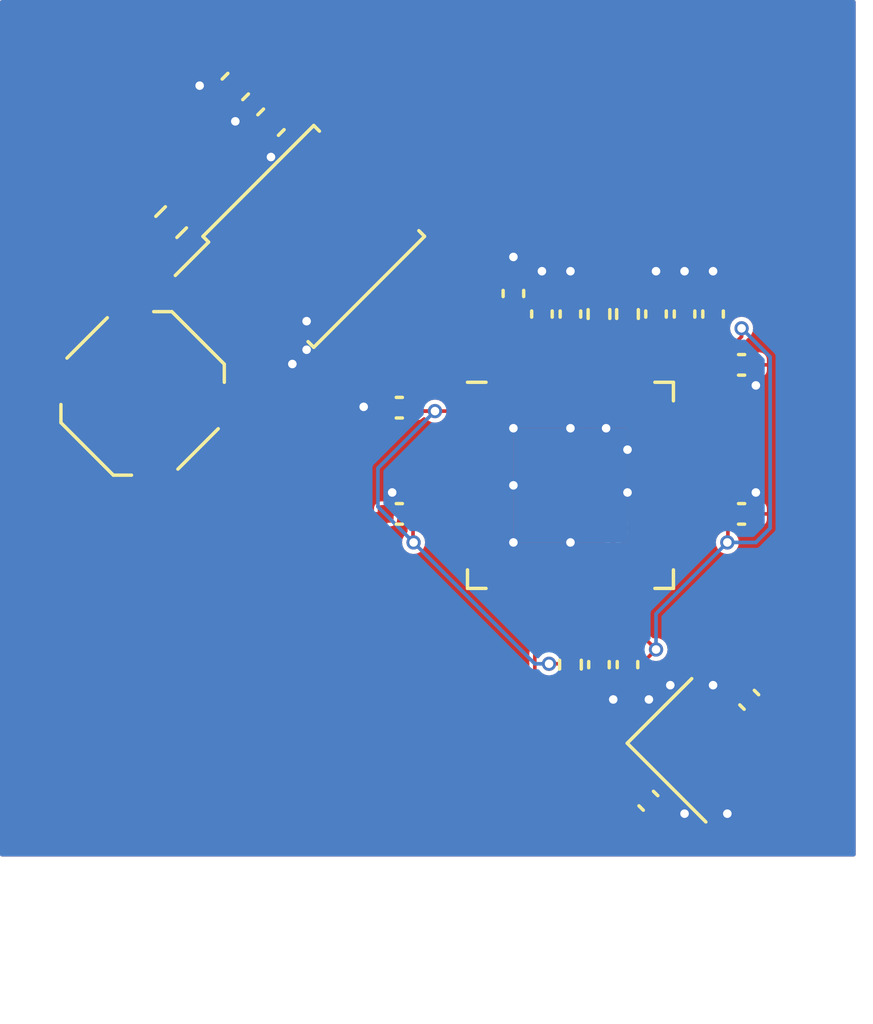
<source format=kicad_pcb>
(kicad_pcb (version 20221018) (generator pcbnew)
  (layers (0 "F.Cu" signal) (31 "B.Cu" signal) (34 "B.Paste" user) (35 "F.Paste" user) (36 "B.SilkS" user "B.Silkscreen") (37 "F.SilkS" user "F.Silkscreen") (38 "B.Mask" user) (39 "F.Mask" user) (44 "Edge.Cuts" user))
  (net 0 "")
  (net 1 "/RP2040-base/VIN")
  (net 2 "/RP2040-base/GND")
  (net 3 "/RP2040-base/1V1")
  (net 4 "/RP2040-base/XIN")
  (net 5 "Net-(C32-Pad1)")
  (net 6 "/RP2040-base/USB_D+")
  (net 7 "Net-(U2-USB_DP)")
  (net 8 "/RP2040-base/USB_D-")
  (net 9 "Net-(U2-USB_DM)")
  (net 10 "/RP2040-base/QSPI_SS")
  (net 11 "/RP2040-base/~{USB_BOOT}")
  (net 12 "/RP2040-base/XOUT")
  (net 13 "/RP2040-base/QSPI_SD1")
  (net 14 "/RP2040-base/QSPI_SD2")
  (net 15 "/RP2040-base/QSPI_SD0")
  (net 16 "/RP2040-base/QSPI_SCLK")
  (net 17 "/RP2040-base/QSPI_SD3")
  (net 18 "/RP2040-base/GPIO0")
  (net 19 "/RP2040-base/GPIO1")
  (net 20 "/RP2040-base/GPIO2")
  (net 21 "/RP2040-base/GPIO3")
  (net 22 "/RP2040-base/GPIO4")
  (net 23 "/RP2040-base/GPIO5")
  (net 24 "/RP2040-base/GPIO6")
  (net 25 "/RP2040-base/GPIO7")
  (net 26 "/RP2040-base/GPIO8")
  (net 27 "/RP2040-base/GPIO9")
  (net 28 "/RP2040-base/GPIO10")
  (net 29 "/RP2040-base/GPIO11")
  (net 30 "/RP2040-base/GPIO12")
  (net 31 "/RP2040-base/GPIO13")
  (net 32 "/RP2040-base/GPIO14")
  (net 33 "/RP2040-base/GPIO15")
  (net 34 "/RP2040-base/SWCLK")
  (net 35 "/RP2040-base/SWD")
  (net 36 "/RP2040-base/GPIO16")
  (net 37 "/RP2040-base/GPIO17")
  (net 38 "/RP2040-base/GPIO18")
  (net 39 "/RP2040-base/GPIO19")
  (net 40 "/RP2040-base/GPIO20")
  (net 41 "/RP2040-base/GPIO21")
  (net 42 "/RP2040-base/GPIO22")
  (net 43 "/RP2040-base/GPIO23")
  (net 44 "/RP2040-base/GPIO24")
  (net 45 "/RP2040-base/GPIO25")
  (net 46 "/RP2040-base/GPIO26_ADC0")
  (net 47 "/RP2040-base/GPIO27_ADC1")
  (net 48 "/RP2040-base/GPIO28_ADC2")
  (net 49 "/RP2040-base/GPIO19_ADC3")
  (footprint "Crystal:Crystal_SMD_EuroQuartz_MT-4Pin_3.2x2.5mm" (layer "F.Cu") (at 79 83.53 -45)
    (fp_text reference "Y2" hide)
    (fp_text value "ECS-120-8-33-JGN-TR3")
    (fp_line (start -1.95 -1.6) (end -1.95 1.6) (stroke (width 0.12)) (layer "F.SilkS"))
    (fp_line (start -1.95 1.6) (end 1.95 1.6) (stroke (width 0.12)) (layer "F.SilkS"))
    (pad "1" smd rect (at -1.1 0.9 315) (size 1.3 1) (layers "F.Cu" "F.Paste" "F.Mask") (net 4 "/RP2040-base/XIN"))
    (pad "2" smd rect (at 1.1 0.9 315) (size 1.3 1) (layers "F.Cu" "F.Paste" "F.Mask") (net 2 "/RP2040-base/GND"))
    (pad "3" smd rect (at 1.1 -0.9 315) (size 1.3 1) (layers "F.Cu" "F.Paste" "F.Mask") (net 5 "Net-(C32-Pad1)"))
    (pad "4" smd rect (at -1.1 -0.9 315) (size 1.3 1) (layers "F.Cu" "F.Paste" "F.Mask") (net 2 "/RP2040-base/GND"))
  )
  (footprint "Capacitor_SMD:C_0402_1005Metric" (layer "F.Cu") (at 80.767767 81.762233 135)
    (fp_text reference "C32" hide)
    (fp_text value "30p")
    (fp_line (start -0.107836 -0.36) (end 0.107836 -0.36) (stroke (width 0.12)) (layer "F.SilkS"))
    (fp_line (start -0.107836 0.36) (end 0.107836 0.36) (stroke (width 0.12)) (layer "F.SilkS"))
    (pad "1" smd roundrect (at -0.48 0 135) (size 0.56 0.62) (layers "F.Cu" "F.Paste" "F.Mask") (net 5 "Net-(C32-Pad1)"))
    (pad "2" smd roundrect (at 0.48 0 135) (size 0.56 0.62) (layers "F.Cu" "F.Paste" "F.Mask") (net 2 "/RP2040-base/GND"))
  )
  (footprint "Capacitor_SMD:C_0402_1005Metric" (layer "F.Cu") (at 78.5 68.25 90)
    (fp_text reference "C7" hide)
    (fp_text value "1u")
    (fp_line (start -0.107836 -0.36) (end 0.107836 -0.36) (stroke (width 0.12)) (layer "F.SilkS"))
    (fp_line (start -0.107836 0.36) (end 0.107836 0.36) (stroke (width 0.12)) (layer "F.SilkS"))
    (pad "1" smd roundrect (at -0.48 0 90) (size 0.56 0.62) (layers "F.Cu" "F.Paste" "F.Mask") (net 1 "/RP2040-base/VIN"))
    (pad "2" smd roundrect (at 0.48 0 90) (size 0.56 0.62) (layers "F.Cu" "F.Paste" "F.Mask") (net 2 "/RP2040-base/GND"))
  )
  (footprint "Capacitor_SMD:C_0603_1608Metric" (layer "F.Cu") (at 62.75 60.28 -135)
    (fp_text reference "C29" hide)
    (fp_text value "100n")
    (fp_line (start -0.14058 -0.51) (end 0.14058 -0.51) (stroke (width 0.12)) (layer "F.SilkS"))
    (fp_line (start -0.14058 0.51) (end 0.14058 0.51) (stroke (width 0.12)) (layer "F.SilkS"))
    (pad "1" smd roundrect (at -0.775 0 225) (size 0.9 0.95) (layers "F.Cu" "F.Paste" "F.Mask") (net 1 "/RP2040-base/VIN"))
    (pad "2" smd roundrect (at 0.775 0 225) (size 0.9 0.95) (layers "F.Cu" "F.Paste" "F.Mask") (net 2 "/RP2040-base/GND"))
  )
  (footprint "Capacitor_SMD:C_0402_1005Metric" (layer "F.Cu") (at 73.5 68.25 90)
    (fp_text reference "C28" hide)
    (fp_text value "100n")
    (fp_line (start -0.107836 -0.36) (end 0.107836 -0.36) (stroke (width 0.12)) (layer "F.SilkS"))
    (fp_line (start -0.107836 0.36) (end 0.107836 0.36) (stroke (width 0.12)) (layer "F.SilkS"))
    (pad "1" smd roundrect (at -0.48 0 90) (size 0.56 0.62) (layers "F.Cu" "F.Paste" "F.Mask") (net 1 "/RP2040-base/VIN"))
    (pad "2" smd roundrect (at 0.48 0 90) (size 0.56 0.62) (layers "F.Cu" "F.Paste" "F.Mask") (net 2 "/RP2040-base/GND"))
  )
  (footprint "Capacitor_SMD:C_0402_1005Metric" (layer "F.Cu") (at 77.232233 85.297767 -45)
    (fp_text reference "C31" hide)
    (fp_text value "30p")
    (fp_line (start -0.107836 -0.36) (end 0.107836 -0.36) (stroke (width 0.12)) (layer "F.SilkS"))
    (fp_line (start -0.107836 0.36) (end 0.107836 0.36) (stroke (width 0.12)) (layer "F.SilkS"))
    (pad "1" smd roundrect (at -0.48 0 315) (size 0.56 0.62) (layers "F.Cu" "F.Paste" "F.Mask") (net 4 "/RP2040-base/XIN"))
    (pad "2" smd roundrect (at 0.48 0 315) (size 0.56 0.62) (layers "F.Cu" "F.Paste" "F.Mask") (net 2 "/RP2040-base/GND"))
  )
  (footprint "Capacitor_SMD:C_0402_1005Metric" (layer "F.Cu") (at 76.5 80.53 -90)
    (fp_text reference "C18" hide)
    (fp_text value "100n")
    (fp_line (start -0.107836 -0.36) (end 0.107836 -0.36) (stroke (width 0.12)) (layer "F.SilkS"))
    (fp_line (start -0.107836 0.36) (end 0.107836 0.36) (stroke (width 0.12)) (layer "F.SilkS"))
    (pad "1" smd roundrect (at -0.48 0 270) (size 0.56 0.62) (layers "F.Cu" "F.Paste" "F.Mask") (net 3 "/RP2040-base/1V1"))
    (pad "2" smd roundrect (at 0.48 0 270) (size 0.56 0.62) (layers "F.Cu" "F.Paste" "F.Mask") (net 2 "/RP2040-base/GND"))
  )
  (footprint "Capacitor_SMD:C_0402_1005Metric" (layer "F.Cu") (at 72.5 67.53 90)
    (fp_text reference "C19" hide)
    (fp_text value "100n")
    (fp_line (start -0.107836 -0.36) (end 0.107836 -0.36) (stroke (width 0.12)) (layer "F.SilkS"))
    (fp_line (start -0.107836 0.36) (end 0.107836 0.36) (stroke (width 0.12)) (layer "F.SilkS"))
    (pad "1" smd roundrect (at -0.48 0 90) (size 0.56 0.62) (layers "F.Cu" "F.Paste" "F.Mask") (net 3 "/RP2040-base/1V1"))
    (pad "2" smd roundrect (at 0.48 0 90) (size 0.56 0.62) (layers "F.Cu" "F.Paste" "F.Mask") (net 2 "/RP2040-base/GND"))
  )
  (footprint "Capacitor_SMD:C_0402_1005Metric" (layer "F.Cu") (at 68.5 75.25 180)
    (fp_text reference "C4" hide)
    (fp_text value "100n")
    (fp_line (start -0.107836 -0.36) (end 0.107836 -0.36) (stroke (width 0.12)) (layer "F.SilkS"))
    (fp_line (start -0.107836 0.36) (end 0.107836 0.36) (stroke (width 0.12)) (layer "F.SilkS"))
    (pad "1" smd roundrect (at -0.48 0 180) (size 0.56 0.62) (layers "F.Cu" "F.Paste" "F.Mask") (net 1 "/RP2040-base/VIN"))
    (pad "2" smd roundrect (at 0.48 0 180) (size 0.56 0.62) (layers "F.Cu" "F.Paste" "F.Mask") (net 2 "/RP2040-base/GND"))
  )
  (footprint "RP2040_base:TS-1187A" (layer "F.Cu") (at 59.5 71.03 135)
    (fp_text reference "SW1" hide)
    (fp_text value "SW_Push")
    (fp_line (start -2.75 -1) (end -2.75 1) (stroke (width 0.12)) (layer "F.SilkS"))
    (fp_line (start -1.75 -2.3) (end -1.3 -2.75) (stroke (width 0.12)) (layer "F.SilkS"))
    (fp_line (start -1.75 2.3) (end -1.3 2.75) (stroke (width 0.12)) (layer "F.SilkS"))
    (fp_line (start -1.3 -2.75) (end 1.3 -2.75) (stroke (width 0.12)) (layer "F.SilkS"))
    (fp_line (start -1.3 2.75) (end 1.3 2.75) (stroke (width 0.12)) (layer "F.SilkS"))
    (fp_line (start 1.75 -2.3) (end 1.3 -2.75) (stroke (width 0.12)) (layer "F.SilkS"))
    (fp_line (start 1.75 2.3) (end 1.3 2.75) (stroke (width 0.12)) (layer "F.SilkS"))
    (fp_line (start 2.75 -1) (end 2.75 1) (stroke (width 0.12)) (layer "F.SilkS"))
    (pad "1" smd rect (at -3 -1.875 135) (size 1 0.75) (layers "F.Cu" "F.Paste" "F.Mask") (net 2 "/RP2040-base/GND"))
    (pad "1" smd rect (at 3 -1.875 135) (size 1 0.75) (layers "F.Cu" "F.Paste" "F.Mask") (net 2 "/RP2040-base/GND"))
    (pad "2" smd rect (at -3 1.875 135) (size 1 0.75) (layers "F.Cu" "F.Paste" "F.Mask") (net 11 "/RP2040-base/~{USB_BOOT}"))
    (pad "2" smd rect (at 3 1.875 135) (size 1 0.75) (layers "F.Cu" "F.Paste" "F.Mask") (net 11 "/RP2040-base/~{USB_BOOT}"))
  )
  (footprint "Resistor_SMD:R_0402_1005Metric" (layer "F.Cu") (at 76.5 68.25 -90)
    (fp_text reference "R7" hide)
    (fp_text value "27")
    (fp_line (start -0.153641 -0.38) (end 0.153641 -0.38) (stroke (width 0.12)) (layer "F.SilkS"))
    (fp_line (start -0.153641 0.38) (end 0.153641 0.38) (stroke (width 0.12)) (layer "F.SilkS"))
    (pad "1" smd roundrect (at -0.51 0 270) (size 0.54 0.64) (layers "F.Cu" "F.Paste" "F.Mask") (net 8 "/RP2040-base/USB_D-"))
    (pad "2" smd roundrect (at 0.51 0 270) (size 0.54 0.64) (layers "F.Cu" "F.Paste" "F.Mask") (net 9 "Net-(U2-USB_DM)"))
  )
  (footprint "Capacitor_SMD:C_0402_1005Metric" (layer "F.Cu") (at 75.5 80.53 -90)
    (fp_text reference "C3" hide)
    (fp_text value "100n")
    (fp_line (start -0.107836 -0.36) (end 0.107836 -0.36) (stroke (width 0.12)) (layer "F.SilkS"))
    (fp_line (start -0.107836 0.36) (end 0.107836 0.36) (stroke (width 0.12)) (layer "F.SilkS"))
    (pad "1" smd roundrect (at -0.48 0 270) (size 0.56 0.62) (layers "F.Cu" "F.Paste" "F.Mask") (net 1 "/RP2040-base/VIN"))
    (pad "2" smd roundrect (at 0.48 0 270) (size 0.56 0.62) (layers "F.Cu" "F.Paste" "F.Mask") (net 2 "/RP2040-base/GND"))
  )
  (footprint "Package_SO:SOIC-8_5.275x5.275mm_P1.27mm" (layer "F.Cu") (at 65.5 65.53 45)
    (fp_text reference "U1" hide)
    (fp_text value "W25Q16JV")
    (fp_line (start -2.7475 -2.7475) (end -2.7475 -2.465) (stroke (width 0.12)) (layer "F.SilkS"))
    (fp_line (start -2.7475 -2.465) (end -4.4 -2.465) (stroke (width 0.12)) (layer "F.SilkS"))
    (fp_line (start -2.7475 2.7475) (end -2.7475 2.465) (stroke (width 0.12)) (layer "F.SilkS"))
    (fp_line (start 0 -2.7475) (end -2.7475 -2.7475) (stroke (width 0.12)) (layer "F.SilkS"))
    (fp_line (start 0 -2.7475) (end 2.7475 -2.7475) (stroke (width 0.12)) (layer "F.SilkS"))
    (fp_line (start 0 2.7475) (end -2.7475 2.7475) (stroke (width 0.12)) (layer "F.SilkS"))
    (fp_line (start 0 2.7475) (end 2.7475 2.7475) (stroke (width 0.12)) (layer "F.SilkS"))
    (fp_line (start 2.7475 -2.7475) (end 2.7475 -2.465) (stroke (width 0.12)) (layer "F.SilkS"))
    (fp_line (start 2.7475 2.7475) (end 2.7475 2.465) (stroke (width 0.12)) (layer "F.SilkS"))
    (pad "1" smd roundrect (at -3.6 -1.905 45) (size 1.6 0.6) (layers "F.Cu" "F.Paste" "F.Mask") (net 10 "/RP2040-base/QSPI_SS"))
    (pad "2" smd roundrect (at -3.6 -0.635 45) (size 1.6 0.6) (layers "F.Cu" "F.Paste" "F.Mask") (net 13 "/RP2040-base/QSPI_SD1"))
    (pad "3" smd roundrect (at -3.6 0.635 45) (size 1.6 0.6) (layers "F.Cu" "F.Paste" "F.Mask") (net 14 "/RP2040-base/QSPI_SD2"))
    (pad "4" smd roundrect (at -3.6 1.905 45) (size 1.6 0.6) (layers "F.Cu" "F.Paste" "F.Mask") (net 2 "/RP2040-base/GND"))
    (pad "5" smd roundrect (at 3.6 1.905 45) (size 1.6 0.6) (layers "F.Cu" "F.Paste" "F.Mask") (net 15 "/RP2040-base/QSPI_SD0"))
    (pad "6" smd roundrect (at 3.6 0.635 45) (size 1.6 0.6) (layers "F.Cu" "F.Paste" "F.Mask") (net 16 "/RP2040-base/QSPI_SCLK"))
    (pad "7" smd roundrect (at 3.6 -0.635 45) (size 1.6 0.6) (layers "F.Cu" "F.Paste" "F.Mask") (net 17 "/RP2040-base/QSPI_SD3"))
    (pad "8" smd roundrect (at 3.6 -1.905 45) (size 1.6 0.6) (layers "F.Cu" "F.Paste" "F.Mask") (net 1 "/RP2040-base/VIN"))
  )
  (footprint "Capacitor_SMD:C_0402_1005Metric" (layer "F.Cu") (at 74.5 68.25 90)
    (fp_text reference "C9" hide)
    (fp_text value "100n")
    (fp_line (start -0.107836 -0.36) (end 0.107836 -0.36) (stroke (width 0.12)) (layer "F.SilkS"))
    (fp_line (start -0.107836 0.36) (end 0.107836 0.36) (stroke (width 0.12)) (layer "F.SilkS"))
    (pad "1" smd roundrect (at -0.48 0 90) (size 0.56 0.62) (layers "F.Cu" "F.Paste" "F.Mask") (net 1 "/RP2040-base/VIN"))
    (pad "2" smd roundrect (at 0.48 0 90) (size 0.56 0.62) (layers "F.Cu" "F.Paste" "F.Mask") (net 2 "/RP2040-base/GND"))
  )
  (footprint "Capacitor_SMD:C_0402_1005Metric" (layer "F.Cu") (at 79.5 68.25 90)
    (fp_text reference "C8" hide)
    (fp_text value "100n")
    (fp_line (start -0.107836 -0.36) (end 0.107836 -0.36) (stroke (width 0.12)) (layer "F.SilkS"))
    (fp_line (start -0.107836 0.36) (end 0.107836 0.36) (stroke (width 0.12)) (layer "F.SilkS"))
    (pad "1" smd roundrect (at -0.48 0 90) (size 0.56 0.62) (layers "F.Cu" "F.Paste" "F.Mask") (net 1 "/RP2040-base/VIN"))
    (pad "2" smd roundrect (at 0.48 0 90) (size 0.56 0.62) (layers "F.Cu" "F.Paste" "F.Mask") (net 2 "/RP2040-base/GND"))
  )
  (footprint "Capacitor_SMD:C_0402_1005Metric" (layer "F.Cu") (at 68.5 71.53 180)
    (fp_text reference "C5" hide)
    (fp_text value "100n")
    (fp_line (start -0.107836 -0.36) (end 0.107836 -0.36) (stroke (width 0.12)) (layer "F.SilkS"))
    (fp_line (start -0.107836 0.36) (end 0.107836 0.36) (stroke (width 0.12)) (layer "F.SilkS"))
    (pad "1" smd roundrect (at -0.48 0 180) (size 0.56 0.62) (layers "F.Cu" "F.Paste" "F.Mask") (net 1 "/RP2040-base/VIN"))
    (pad "2" smd roundrect (at 0.48 0 180) (size 0.56 0.62) (layers "F.Cu" "F.Paste" "F.Mask") (net 2 "/RP2040-base/GND"))
  )
  (footprint "Capacitor_SMD:C_0402_1005Metric" (layer "F.Cu") (at 80.5 70.03)
    (fp_text reference "C1" hide)
    (fp_text value "100n")
    (fp_line (start -0.107836 -0.36) (end 0.107836 -0.36) (stroke (width 0.12)) (layer "F.SilkS"))
    (fp_line (start -0.107836 0.36) (end 0.107836 0.36) (stroke (width 0.12)) (layer "F.SilkS"))
    (pad "1" smd roundrect (at -0.48 0) (size 0.56 0.62) (layers "F.Cu" "F.Paste" "F.Mask") (net 1 "/RP2040-base/VIN"))
    (pad "2" smd roundrect (at 0.48 0) (size 0.56 0.62) (layers "F.Cu" "F.Paste" "F.Mask") (net 2 "/RP2040-base/GND"))
  )
  (footprint "Resistor_SMD:R_0402_1005Metric" (layer "F.Cu") (at 75.5 68.25 -90)
    (fp_text reference "R6" hide)
    (fp_text value "27")
    (fp_line (start -0.153641 -0.38) (end 0.153641 -0.38) (stroke (width 0.12)) (layer "F.SilkS"))
    (fp_line (start -0.153641 0.38) (end 0.153641 0.38) (stroke (width 0.12)) (layer "F.SilkS"))
    (pad "1" smd roundrect (at -0.51 0 270) (size 0.54 0.64) (layers "F.Cu" "F.Paste" "F.Mask") (net 6 "/RP2040-base/USB_D+"))
    (pad "2" smd roundrect (at 0.51 0 270) (size 0.54 0.64) (layers "F.Cu" "F.Paste" "F.Mask") (net 7 "Net-(U2-USB_DP)"))
  )
  (footprint "Capacitor_SMD:C_0402_1005Metric" (layer "F.Cu") (at 77.5 68.25 90)
    (fp_text reference "C6" hide)
    (fp_text value "1u")
    (fp_line (start -0.107836 -0.36) (end 0.107836 -0.36) (stroke (width 0.12)) (layer "F.SilkS"))
    (fp_line (start -0.107836 0.36) (end 0.107836 0.36) (stroke (width 0.12)) (layer "F.SilkS"))
    (pad "1" smd roundrect (at -0.48 0 90) (size 0.56 0.62) (layers "F.Cu" "F.Paste" "F.Mask") (net 3 "/RP2040-base/1V1"))
    (pad "2" smd roundrect (at 0.48 0 90) (size 0.56 0.62) (layers "F.Cu" "F.Paste" "F.Mask") (net 2 "/RP2040-base/GND"))
  )
  (footprint "Package_DFN_QFN:QFN-56-1EP_7x7mm_P0.4mm_EP3.2x3.2mm" (layer "F.Cu") (at 74.5 74.25)
    (fp_text reference "U2" hide)
    (fp_text value "RP2040")
    (fp_line (start -3.61 3.61) (end -3.61 2.96) (stroke (width 0.12)) (layer "F.SilkS"))
    (fp_line (start -2.96 -3.61) (end -3.61 -3.61) (stroke (width 0.12)) (layer "F.SilkS"))
    (fp_line (start -2.96 3.61) (end -3.61 3.61) (stroke (width 0.12)) (layer "F.SilkS"))
    (fp_line (start 2.96 -3.61) (end 3.61 -3.61) (stroke (width 0.12)) (layer "F.SilkS"))
    (fp_line (start 2.96 3.61) (end 3.61 3.61) (stroke (width 0.12)) (layer "F.SilkS"))
    (fp_line (start 3.61 -3.61) (end 3.61 -2.96) (stroke (width 0.12)) (layer "F.SilkS"))
    (fp_line (start 3.61 3.61) (end 3.61 2.96) (stroke (width 0.12)) (layer "F.SilkS"))
    (pad "1" smd roundrect (at -3.4375 -2.6) (size 0.875 0.2) (layers "F.Cu" "F.Paste" "F.Mask") (net 1 "/RP2040-base/VIN"))
    (pad "2" smd roundrect (at -3.4375 -2.2) (size 0.875 0.2) (layers "F.Cu" "F.Paste" "F.Mask") (net 18 "/RP2040-base/GPIO0"))
    (pad "3" smd roundrect (at -3.4375 -1.8) (size 0.875 0.2) (layers "F.Cu" "F.Paste" "F.Mask") (net 19 "/RP2040-base/GPIO1"))
    (pad "4" smd roundrect (at -3.4375 -1.4) (size 0.875 0.2) (layers "F.Cu" "F.Paste" "F.Mask") (net 20 "/RP2040-base/GPIO2"))
    (pad "5" smd roundrect (at -3.4375 -1) (size 0.875 0.2) (layers "F.Cu" "F.Paste" "F.Mask") (net 21 "/RP2040-base/GPIO3"))
    (pad "6" smd roundrect (at -3.4375 -0.6) (size 0.875 0.2) (layers "F.Cu" "F.Paste" "F.Mask") (net 22 "/RP2040-base/GPIO4"))
    (pad "7" smd roundrect (at -3.4375 -0.2) (size 0.875 0.2) (layers "F.Cu" "F.Paste" "F.Mask") (net 23 "/RP2040-base/GPIO5"))
    (pad "8" smd roundrect (at -3.4375 0.2) (size 0.875 0.2) (layers "F.Cu" "F.Paste" "F.Mask") (net 24 "/RP2040-base/GPIO6"))
    (pad "9" smd roundrect (at -3.4375 0.6) (size 0.875 0.2) (layers "F.Cu" "F.Paste" "F.Mask") (net 25 "/RP2040-base/GPIO7"))
    (pad "10" smd roundrect (at -3.4375 1) (size 0.875 0.2) (layers "F.Cu" "F.Paste" "F.Mask") (net 1 "/RP2040-base/VIN"))
    (pad "11" smd roundrect (at -3.4375 1.4) (size 0.875 0.2) (layers "F.Cu" "F.Paste" "F.Mask") (net 26 "/RP2040-base/GPIO8"))
    (pad "12" smd roundrect (at -3.4375 1.8) (size 0.875 0.2) (layers "F.Cu" "F.Paste" "F.Mask") (net 27 "/RP2040-base/GPIO9"))
    (pad "13" smd roundrect (at -3.4375 2.2) (size 0.875 0.2) (layers "F.Cu" "F.Paste" "F.Mask") (net 28 "/RP2040-base/GPIO10"))
    (pad "14" smd roundrect (at -3.4375 2.6) (size 0.875 0.2) (layers "F.Cu" "F.Paste" "F.Mask") (net 29 "/RP2040-base/GPIO11"))
    (pad "15" smd roundrect (at -2.6 3.4375) (size 0.2 0.875) (layers "F.Cu" "F.Paste" "F.Mask") (net 30 "/RP2040-base/GPIO12"))
    (pad "16" smd roundrect (at -2.2 3.4375) (size 0.2 0.875) (layers "F.Cu" "F.Paste" "F.Mask") (net 31 "/RP2040-base/GPIO13"))
    (pad "17" smd roundrect (at -1.8 3.4375) (size 0.2 0.875) (layers "F.Cu" "F.Paste" "F.Mask") (net 32 "/RP2040-base/GPIO14"))
    (pad "18" smd roundrect (at -1.4 3.4375) (size 0.2 0.875) (layers "F.Cu" "F.Paste" "F.Mask") (net 33 "/RP2040-base/GPIO15"))
    (pad "19" smd roundrect (at -1 3.4375) (size 0.2 0.875) (layers "F.Cu" "F.Paste" "F.Mask") (net 2 "/RP2040-base/GND"))
    (pad "20" smd roundrect (at -0.6 3.4375) (size 0.2 0.875) (layers "F.Cu" "F.Paste" "F.Mask") (net 4 "/RP2040-base/XIN"))
    (pad "21" smd roundrect (at -0.2 3.4375) (size 0.2 0.875) (layers "F.Cu" "F.Paste" "F.Mask") (net 12 "/RP2040-base/XOUT"))
    (pad "22" smd roundrect (at 0.2 3.4375) (size 0.2 0.875) (layers "F.Cu" "F.Paste" "F.Mask") (net 1 "/RP2040-base/VIN"))
    (pad "23" smd roundrect (at 0.6 3.4375) (size 0.2 0.875) (layers "F.Cu" "F.Paste" "F.Mask") (net 3 "/RP2040-base/1V1"))
    (pad "24" smd roundrect (at 1 3.4375) (size 0.2 0.875) (layers "F.Cu" "F.Paste" "F.Mask") (net 34 "/RP2040-base/SWCLK"))
    (pad "25" smd roundrect (at 1.4 3.4375) (size 0.2 0.875) (layers "F.Cu" "F.Paste" "F.Mask") (net 35 "/RP2040-base/SWD"))
    (pad "26" smd roundrect (at 1.8 3.4375) (size 0.2 0.875) (layers "F.Cu" "F.Paste" "F.Mask") (net 1 "/RP2040-base/VIN"))
    (pad "27" smd roundrect (at 2.2 3.4375) (size 0.2 0.875) (layers "F.Cu" "F.Paste" "F.Mask") (net 36 "/RP2040-base/GPIO16"))
    (pad "28" smd roundrect (at 2.6 3.4375) (size 0.2 0.875) (layers "F.Cu" "F.Paste" "F.Mask") (net 37 "/RP2040-base/GPIO17"))
    (pad "29" smd roundrect (at 3.4375 2.6) (size 0.875 0.2) (layers "F.Cu" "F.Paste" "F.Mask") (net 38 "/RP2040-base/GPIO18"))
    (pad "30" smd roundrect (at 3.4375 2.2) (size 0.875 0.2) (layers "F.Cu" "F.Paste" "F.Mask") (net 39 "/RP2040-base/GPIO19"))
    (pad "31" smd roundrect (at 3.4375 1.8) (size 0.875 0.2) (layers "F.Cu" "F.Paste" "F.Mask") (net 40 "/RP2040-base/GPIO20"))
    (pad "32" smd roundrect (at 3.4375 1.4) (size 0.875 0.2) (layers "F.Cu" "F.Paste" "F.Mask") (net 41 "/RP2040-base/GPIO21"))
    (pad "33" smd roundrect (at 3.4375 1) (size 0.875 0.2) (layers "F.Cu" "F.Paste" "F.Mask") (net 1 "/RP2040-base/VIN"))
    (pad "34" smd roundrect (at 3.4375 0.6) (size 0.875 0.2) (layers "F.Cu" "F.Paste" "F.Mask") (net 42 "/RP2040-base/GPIO22"))
    (pad "35" smd roundrect (at 3.4375 0.2) (size 0.875 0.2) (layers "F.Cu" "F.Paste" "F.Mask") (net 43 "/RP2040-base/GPIO23"))
    (pad "36" smd roundrect (at 3.4375 -0.2) (size 0.875 0.2) (layers "F.Cu" "F.Paste" "F.Mask") (net 44 "/RP2040-base/GPIO24"))
    (pad "37" smd roundrect (at 3.4375 -0.6) (size 0.875 0.2) (layers "F.Cu" "F.Paste" "F.Mask") (net 45 "/RP2040-base/GPIO25"))
    (pad "38" smd roundrect (at 3.4375 -1) (size 0.875 0.2) (layers "F.Cu" "F.Paste" "F.Mask") (net 46 "/RP2040-base/GPIO26_ADC0"))
    (pad "39" smd roundrect (at 3.4375 -1.4) (size 0.875 0.2) (layers "F.Cu" "F.Paste" "F.Mask") (net 47 "/RP2040-base/GPIO27_ADC1"))
    (pad "40" smd roundrect (at 3.4375 -1.8) (size 0.875 0.2) (layers "F.Cu" "F.Paste" "F.Mask") (net 48 "/RP2040-base/GPIO28_ADC2"))
    (pad "41" smd roundrect (at 3.4375 -2.2) (size 0.875 0.2) (layers "F.Cu" "F.Paste" "F.Mask") (net 49 "/RP2040-base/GPIO19_ADC3"))
    (pad "42" smd roundrect (at 3.4375 -2.6) (size 0.875 0.2) (layers "F.Cu" "F.Paste" "F.Mask") (net 1 "/RP2040-base/VIN"))
    (pad "43" smd roundrect (at 2.6 -3.4375) (size 0.2 0.875) (layers "F.Cu" "F.Paste" "F.Mask") (net 1 "/RP2040-base/VIN"))
    (pad "44" smd roundrect (at 2.2 -3.4375) (size 0.2 0.875) (layers "F.Cu" "F.Paste" "F.Mask") (net 1 "/RP2040-base/VIN"))
    (pad "45" smd roundrect (at 1.8 -3.4375) (size 0.2 0.875) (layers "F.Cu" "F.Paste" "F.Mask") (net 3 "/RP2040-base/1V1"))
    (pad "46" smd roundrect (at 1.4 -3.4375) (size 0.2 0.875) (layers "F.Cu" "F.Paste" "F.Mask") (net 9 "Net-(U2-USB_DM)"))
    (pad "47" smd roundrect (at 1 -3.4375) (size 0.2 0.875) (layers "F.Cu" "F.Paste" "F.Mask") (net 7 "Net-(U2-USB_DP)"))
    (pad "48" smd roundrect (at 0.6 -3.4375) (size 0.2 0.875) (layers "F.Cu" "F.Paste" "F.Mask") (net 1 "/RP2040-base/VIN"))
    (pad "49" smd roundrect (at 0.2 -3.4375) (size 0.2 0.875) (layers "F.Cu" "F.Paste" "F.Mask") (net 1 "/RP2040-base/VIN"))
    (pad "50" smd roundrect (at -0.2 -3.4375) (size 0.2 0.875) (layers "F.Cu" "F.Paste" "F.Mask") (net 3 "/RP2040-base/1V1"))
    (pad "51" smd roundrect (at -0.6 -3.4375) (size 0.2 0.875) (layers "F.Cu" "F.Paste" "F.Mask") (net 17 "/RP2040-base/QSPI_SD3"))
    (pad "52" smd roundrect (at -1 -3.4375) (size 0.2 0.875) (layers "F.Cu" "F.Paste" "F.Mask") (net 16 "/RP2040-base/QSPI_SCLK"))
    (pad "53" smd roundrect (at -1.4 -3.4375) (size 0.2 0.875) (layers "F.Cu" "F.Paste" "F.Mask") (net 15 "/RP2040-base/QSPI_SD0"))
    (pad "54" smd roundrect (at -1.8 -3.4375) (size 0.2 0.875) (layers "F.Cu" "F.Paste" "F.Mask") (net 14 "/RP2040-base/QSPI_SD2"))
    (pad "55" smd roundrect (at -2.2 -3.4375) (size 0.2 0.875) (layers "F.Cu" "F.Paste" "F.Mask") (net 13 "/RP2040-base/QSPI_SD1"))
    (pad "56" smd roundrect (at -2.6 -3.4375) (size 0.2 0.875) (layers "F.Cu" "F.Paste" "F.Mask") (net 10 "/RP2040-base/QSPI_SS"))
    (pad "57" smd rect (at 0 0) (size 3.2 3.2) (layers "F.Cu" "F.Mask") (net 2 "/RP2040-base/GND"))
  )
  (footprint "Capacitor_SMD:C_0402_1005Metric" (layer "F.Cu") (at 80.5 75.25)
    (fp_text reference "C2" hide)
    (fp_text value "100n")
    (fp_line (start -0.107836 -0.36) (end 0.107836 -0.36) (stroke (width 0.12)) (layer "F.SilkS"))
    (fp_line (start -0.107836 0.36) (end 0.107836 0.36) (stroke (width 0.12)) (layer "F.SilkS"))
    (pad "1" smd roundrect (at -0.48 0) (size 0.56 0.62) (layers "F.Cu" "F.Paste" "F.Mask") (net 1 "/RP2040-base/VIN"))
    (pad "2" smd roundrect (at 0.48 0) (size 0.56 0.62) (layers "F.Cu" "F.Paste" "F.Mask") (net 2 "/RP2040-base/GND"))
  )
  (footprint "Capacitor_SMD:C_0603_1608Metric" (layer "F.Cu") (at 64 61.53 -135)
    (fp_text reference "C30" hide)
    (fp_text value "10n")
    (fp_line (start -0.14058 -0.51) (end 0.14058 -0.51) (stroke (width 0.12)) (layer "F.SilkS"))
    (fp_line (start -0.14058 0.51) (end 0.14058 0.51) (stroke (width 0.12)) (layer "F.SilkS"))
    (pad "1" smd roundrect (at -0.775 0 225) (size 0.9 0.95) (layers "F.Cu" "F.Paste" "F.Mask") (net 1 "/RP2040-base/VIN"))
    (pad "2" smd roundrect (at 0.775 0 225) (size 0.9 0.95) (layers "F.Cu" "F.Paste" "F.Mask") (net 2 "/RP2040-base/GND"))
  )
  (footprint "Resistor_SMD:R_0402_1005Metric" (layer "F.Cu") (at 74.5 80.53 -90)
    (fp_text reference "R10" hide)
    (fp_text value "1k")
    (fp_line (start -0.153641 -0.38) (end 0.153641 -0.38) (stroke (width 0.12)) (layer "F.SilkS"))
    (fp_line (start -0.153641 0.38) (end 0.153641 0.38) (stroke (width 0.12)) (layer "F.SilkS"))
    (pad "1" smd roundrect (at -0.51 0 270) (size 0.54 0.64) (layers "F.Cu" "F.Paste" "F.Mask") (net 12 "/RP2040-base/XOUT"))
    (pad "2" smd roundrect (at 0.51 0 270) (size 0.54 0.64) (layers "F.Cu" "F.Paste" "F.Mask") (net 5 "Net-(C32-Pad1)"))
  )
  (footprint "Resistor_SMD:R_0603_1608Metric" (layer "F.Cu") (at 60.5 65.03 -135)
    (fp_text reference "R8" hide)
    (fp_text value "1k")
    (fp_line (start -0.237258 -0.5225) (end 0.237258 -0.5225) (stroke (width 0.12)) (layer "F.SilkS"))
    (fp_line (start -0.237258 0.5225) (end 0.237258 0.5225) (stroke (width 0.12)) (layer "F.SilkS"))
    (pad "1" smd roundrect (at -0.825 0 225) (size 0.8 0.95) (layers "F.Cu" "F.Paste" "F.Mask") (net 10 "/RP2040-base/QSPI_SS"))
    (pad "2" smd roundrect (at 0.825 0 225) (size 0.8 0.95) (layers "F.Cu" "F.Paste" "F.Mask") (net 11 "/RP2040-base/~{USB_BOOT}"))
  )
  (segment (start 73 65.81158) (end 68.43842 61.25) (width 0.127) (layer "F.Cu") (net 1))
  (segment (start 65.596016 62.03) (end 66.305923 62.03) (width 0.127) (layer "F.Cu") (net 1))
  (segment (start 74.52 68.73) (end 74.9905 68.2595) (width 0.127) (layer "F.Cu") (net 1))
  (segment (start 63.298008 59.731992) (end 65.596016 62.03) (width 0.127) (layer "F.Cu") (net 1))
  (segment (start 74.5 68.73) (end 74.5 69.03) (width 0.127) (layer "F.Cu") (net 1))
  (segment (start 76.3 78.8) (end 76.3 77.6875) (width 0.127) (layer "F.Cu") (net 1))
  (segment (start 78.4 71.65) (end 80.02 70.03) (width 0.127) (layer "F.Cu") (net 1))
  (segment (start 67.085923 61.25) (end 66.698546 61.637377) (width 0.127) (layer "F.Cu") (net 1))
  (segment (start 77.1 70.43) (end 77.1 70.8125) (width 0.127) (layer "F.Cu") (net 1))
  (segment (start 80.02 70.03) (end 80.02 69.52) (width 0.127) (layer "F.Cu") (net 1))
  (segment (start 75.1 69.63) (end 75.1 70.8125) (width 0.127) (layer "F.Cu") (net 1))
  (segment (start 73 68.23) (end 73 65.81158) (width 0.127) (layer "F.Cu") (net 1))
  (segment (start 66.305923 62.03) (end 66.698546 61.637377) (width 0.127) (layer "F.Cu") (net 1))
  (segment (start 77.9375 71.65) (end 78.4 71.65) (width 0.127) (layer "F.Cu") (net 1))
  (segment (start 74.5 68.73) (end 74.52 68.73) (width 0.127) (layer "F.Cu") (net 1))
  (segment (start 78.5 68.73) (end 79.5 68.73) (width 0.127) (layer "F.Cu") (net 1))
  (segment (start 78.5 68.73) (end 77.7 69.53) (width 0.127) (layer "F.Cu") (net 1))
  (segment (start 74.7 70.23) (end 74.7 70.8125) (width 0.127) (layer "F.Cu") (net 1))
  (segment (start 77.5 70.03) (end 77.1 70.43) (width 0.127) (layer "F.Cu") (net 1))
  (segment (start 68.98 75.25) (end 68.98 75.169639) (width 0.127) (layer "F.Cu") (net 1))
  (segment (start 69 76.25) (end 68.98 76.23) (width 0.127) (layer "F.Cu") (net 1))
  (segment (start 73.5 68.73) (end 73.52 68.75) (width 0.127) (layer "F.Cu") (net 1))
  (segment (start 79 75.25) (end 77.9375 75.25) (width 0.127) (layer "F.Cu") (net 1))
  (segment (start 77.5 80) (end 76.3 78.8) (width 0.127) (layer "F.Cu") (net 1))
  (segment (start 77.5 69.53) (end 76.7 70.33) (width 0.127) (layer "F.Cu") (net 1))
  (segment (start 76.7 70.33) (end 76.7 70.8125) (width 0.127) (layer "F.Cu") (net 1))
  (segment (start 73.52 68.75) (end 74.48 68.75) (width 0.127) (layer "F.Cu") (net 1))
  (segment (start 77.7 69.53) (end 77.5 69.53) (width 0.127) (layer "F.Cu") (net 1))
  (segment (start 75.5 80.05) (end 75.05 80.5) (width 0.127) (layer "F.Cu") (net 1))
  (segment (start 80.02 69.52) (end 80.5 69.04) (width 0.127) (layer "F.Cu") (net 1))
  (segment (start 79.5 68.73) (end 79.5 69) (width 0.127) (layer "F.Cu") (net 1))
  (segment (start 74.5 69.03) (end 75.1 69.63) (width 0.127) (layer "F.Cu") (net 1))
  (segment (start 75.5 80.05) (end 74.7 79.25) (width 0.127) (layer "F.Cu") (net 1))
  (segment (start 71.0625 71.65) (end 69.1 71.65) (width 0.127) (layer "F.Cu") (net 1))
  (segment (start 75.05 80.5) (end 73.75 80.5) (width 0.127) (layer "F.Cu") (net 1))
  (segment (start 73.5 68.73) (end 73 68.23) (width 0.127) (layer "F.Cu") (net 1))
  (segment (start 78.2 70.03) (end 77.5 70.03) (width 0.127) (layer "F.Cu") (net 1))
  (segment (start 74.48 68.75) (end 74.5 68.73) (width 0.127) (layer "F.Cu") (net 1))
  (segment (start 73.5 69.03) (end 74.7 70.23) (width 0.127) (layer "F.Cu") (net 1))
  (segment (start 74.9905 68.2595) (end 78.0295 68.2595) (width 0.127) (layer "F.Cu") (net 1))
  (segment (start 80.02 76.23) (end 80 76.25) (width 0.127) (layer "F.Cu") (net 1))
  (segment (start 79 75.25) (end 80.02 75.25) (width 0.127) (layer "F.Cu") (net 1))
  (segment (start 75.9705 80.5205) (end 75.5 80.05) (width 0.127) (layer "F.Cu") (net 1))
  (segment (start 69.75 71.65) (end 69.1 71.65) (width 0.127) (layer "F.Cu") (net 1))
  (segment (start 74.7 79.25) (end 74.7 77.6875) (width 0.127) (layer "F.Cu") (net 1))
  (segment (start 69.1 71.65) (end 68.98 71.53) (width 0.127) (layer "F.Cu") (net 1))
  (segment (start 68.43842 61.25) (end 67.085923 61.25) (width 0.127) (layer "F.Cu") (net 1))
  (segment (start 79.5 69) (end 80.02 69.52) (width 0.127) (layer "F.Cu") (net 1))
  (segment (start 73.5 68.73) (end 73.5 69.03) (width 0.127) (layer "F.Cu") (net 1))
  (segment (start 78.0295 68.2595) (end 78.5 68.73) (width 0.127) (layer "F.Cu") (net 1))
  (segment (start 76.9795 80.5205) (end 75.9705 80.5205) (width 0.127) (layer "F.Cu") (net 1))
  (segment (start 77.5 80) (end 76.9795 80.5205) (width 0.127) (layer "F.Cu") (net 1))
  (segment (start 80.02 75.25) (end 80.02 76.23) (width 0.127) (layer "F.Cu") (net 1))
  (segment (start 80.5 69.04) (end 80.5 68.75) (width 0.127) (layer "F.Cu") (net 1))
  (segment (start 68.98 76.23) (end 68.98 75.25) (width 0.127) (layer "F.Cu") (net 1))
  (segment (start 68.98 75.25) (end 71.0625 75.25) (width 0.127) (layer "F.Cu") (net 1))
  (segment (start 79.5 68.73) (end 78.2 70.03) (width 0.127) (layer "F.Cu") (net 1))
  (via (at 77.5 80) (size 0.5) (drill 0.3) (layers "F.Cu" "B.Cu") (net 1))
  (via (at 80 76.25) (size 0.5) (drill 0.3) (layers "F.Cu" "B.Cu") (net 1))
  (via (at 69 76.25) (size 0.5) (drill 0.3) (layers "F.Cu" "B.Cu") (net 1))
  (via (at 73.75 80.5) (size 0.5) (drill 0.3) (layers "F.Cu" "B.Cu") (net 1))
  (via (at 80.5 68.75) (size 0.5) (drill 0.3) (layers "F.Cu" "B.Cu") (net 1))
  (via (at 69.75 71.65) (size 0.5) (drill 0.3) (layers "F.Cu" "B.Cu") (net 1))
  (segment (start 77.5 78.75) (end 77.5 80) (width 0.127) (layer "B.Cu") (net 1))
  (segment (start 73.25 80.5) (end 73.75 80.5) (width 0.127) (layer "B.Cu") (net 1))
  (segment (start 69 76.25) (end 73.25 80.5) (width 0.127) (layer "B.Cu") (net 1))
  (segment (start 81 76.25) (end 81.5 75.75) (width 0.127) (layer "B.Cu") (net 1))
  (segment (start 67.75 73.65) (end 69.75 71.65) (width 0.127) (layer "B.Cu") (net 1))
  (segment (start 69 76.25) (end 67.75 75) (width 0.127) (layer "B.Cu") (net 1))
  (segment (start 67.75 75) (end 67.75 73.65) (width 0.127) (layer "B.Cu") (net 1))
  (segment (start 81.5 69.75) (end 80.5 68.75) (width 0.127) (layer "B.Cu") (net 1))
  (segment (start 80 76.25) (end 77.5 78.75) (width 0.127) (layer "B.Cu") (net 1))
  (segment (start 80 76.25) (end 81 76.25) (width 0.127) (layer "B.Cu") (net 1))
  (segment (start 81.5 75.75) (end 81.5 69.75) (width 0.127) (layer "B.Cu") (net 1))
  (via (at 80 85.75) (size 0.5) (drill 0.3) (layers "F.Cu" "B.Cu") (net 2))
  (via (at 74.5 72.25) (size 0.5) (drill 0.3) (layers "F.Cu" "B.Cu") (net 2))
  (via (at 76.5 73) (size 0.5) (drill 0.3) (layers "F.Cu" "B.Cu") (net 2))
  (via (at 78.5 66.75) (size 0.5) (drill 0.3) (layers "F.Cu" "B.Cu") (net 2))
  (via (at 65.25 68.5) (size 0.5) (drill 0.3) (layers "F.Cu" "B.Cu") (net 2))
  (via (at 77.25 81.75) (size 0.5) (drill 0.3) (layers "F.Cu" "B.Cu") (net 2))
  (via (at 81 74.5) (size 0.5) (drill 0.3) (layers "F.Cu" "B.Cu") (net 2))
  (via (at 74.5 66.75) (size 0.5) (drill 0.3) (layers "F.Cu" "B.Cu") (net 2))
  (via (at 72.5 76.25) (size 0.5) (drill 0.3) (layers "F.Cu" "B.Cu") (net 2))
  (via (at 78 81.25) (size 0.5) (drill 0.3) (layers "F.Cu" "B.Cu") (net 2))
  (via (at 75.75 72.25) (size 0.5) (drill 0.3) (layers "F.Cu" "B.Cu") (net 2))
  (via (at 77.5 66.75) (size 0.5) (drill 0.3) (layers "F.Cu" "B.Cu") (net 2))
  (via (at 64 62.75) (size 0.5) (drill 0.3) (layers "F.Cu" "B.Cu") (net 2))
  (via (at 81 70.75) (size 0.5) (drill 0.3) (layers "F.Cu" "B.Cu") (net 2))
  (via (at 65.25 69.5) (size 0.5) (drill 0.3) (layers "F.Cu" "B.Cu") (net 2))
  (via (at 67.25 71.5) (size 0.5) (drill 0.3) (layers "F.Cu" "B.Cu") (net 2))
  (via (at 79.5 81.25) (size 0.5) (drill 0.3) (layers "F.Cu" "B.Cu") (net 2))
  (via (at 62.75 61.5) (size 0.5) (drill 0.3) (layers "F.Cu" "B.Cu") (net 2))
  (via (at 61.5 60.25) (size 0.5) (drill 0.3) (layers "F.Cu" "B.Cu") (net 2))
  (via (at 76.5 74.5) (size 0.5) (drill 0.3) (layers "F.Cu" "B.Cu") (net 2))
  (via (at 72.5 74.25) (size 0.5) (drill 0.3) (layers "F.Cu" "B.Cu") (net 2))
  (via (at 76 81.75) (size 0.5) (drill 0.3) (layers "F.Cu" "B.Cu") (net 2))
  (via (at 78.5 85.75) (size 0.5) (drill 0.3) (layers "F.Cu" "B.Cu") (net 2))
  (via (at 68.25 74.5) (size 0.5) (drill 0.3) (layers "F.Cu" "B.Cu") (net 2))
  (via (at 64.75 70) (size 0.5) (drill 0.3) (layers "F.Cu" "B.Cu") (net 2))
  (via (at 73.5 66.75) (size 0.5) (drill 0.3) (layers "F.Cu" "B.Cu") (net 2))
  (via (at 79.5 66.75) (size 0.5) (drill 0.3) (layers "F.Cu" "B.Cu") (net 2))
  (via (at 72.5 72.25) (size 0.5) (drill 0.3) (layers "F.Cu" "B.Cu") (net 2))
  (via (at 74.5 76.25) (size 0.5) (drill 0.3) (layers "F.Cu" "B.Cu") (net 2))
  (via (at 72.5 66.25) (size 0.5) (drill 0.3) (layers "F.Cu" "B.Cu") (net 2))
  (segment (start 76.3 71.190118) (end 76.049618 71.4405) (width 0.127) (layer "F.Cu") (net 3))
  (segment (start 74.3 70.417982) (end 74.3 70.8125) (width 0.127) (layer "F.Cu") (net 3))
  (segment (start 77 75.25) (end 77 72.390882) (width 0.127) (layer "F.Cu") (net 3))
  (segment (start 72.5 68.01) (end 72.5 68.617982) (width 0.127) (layer "F.Cu") (net 3))
  (segment (start 74.550382 71.4405) (end 74.3 71.190118) (width 0.127) (layer "F.Cu") (net 3))
  (segment (start 76.3 69.93) (end 76.3 70.8125) (width 0.127) (layer "F.Cu") (net 3))
  (segment (start 76.049618 71.4405) (end 74.550382 71.4405) (width 0.127) (layer "F.Cu") (net 3))
  (segment (start 75.1 78.65) (end 75.1 77.6875) (width 0.127) (layer "F.Cu") (net 3))
  (segment (start 75.1 77.15) (end 77 75.25) (width 0.127) (layer "F.Cu") (net 3))
  (segment (start 75.1 77.6875) (end 75.1 77.15) (width 0.127) (layer "F.Cu") (net 3))
  (segment (start 72.5 68.617982) (end 74.3 70.417982) (width 0.127) (layer "F.Cu") (net 3))
  (segment (start 74.3 71.190118) (end 74.3 70.8125) (width 0.127) (layer "F.Cu") (net 3))
  (segment (start 76.3 70.8125) (end 76.3 71.190118) (width 0.127) (layer "F.Cu") (net 3))
  (segment (start 77.5 68.73) (end 76.3 69.93) (width 0.127) (layer "F.Cu") (net 3))
  (segment (start 77 72.390882) (end 76.049618 71.4405) (width 0.127) (layer "F.Cu") (net 3))
  (segment (start 76.5 80.05) (end 75.1 78.65) (width 0.127) (layer "F.Cu") (net 3))
  (segment (start 77.585786 84.265392) (end 77.585786 83.388579) (width 0.127) (layer "F.Cu") (net 4))
  (segment (start 76.892822 84.958356) (end 77.585786 84.265392) (width 0.127) (layer "F.Cu") (net 4))
  (segment (start 73.9 79.5) (end 73.9 77.6875) (width 0.127) (layer "F.Cu") (net 4))
  (segment (start 73.25 81.25) (end 73.25 80.15) (width 0.127) (layer "F.Cu") (net 4))
  (segment (start 77.585786 83.388579) (end 75.388579 83.388579) (width 0.127) (layer "F.Cu") (net 4))
  (segment (start 75.388579 83.388579) (end 73.25 81.25) (width 0.127) (layer "F.Cu") (net 4))
  (segment (start 73.25 80.15) (end 73.9 79.5) (width 0.127) (layer "F.Cu") (net 4))
  (segment (start 79.437698 83.671421) (end 80.414214 83.671421) (width 0.127) (layer "F.Cu") (net 5))
  (segment (start 74.5 81.04) (end 75.71 82.25) (width 0.127) (layer "F.Cu") (net 5))
  (segment (start 79.678822 83.53) (end 81.107178 82.101644) (width 0.127) (layer "F.Cu") (net 5))
  (segment (start 78.016277 82.25) (end 79.437698 83.671421) (width 0.127) (layer "F.Cu") (net 5))
  (segment (start 75.71 82.25) (end 78.016277 82.25) (width 0.127) (layer "F.Cu") (net 5))
  (segment (start 75.5 67.140426) (end 75.4365 67.076926) (width 0.6) (layer "F.Cu") (net 6))
  (segment (start 75.4365 61.51659) (end 75.4365 60.68922) (width 1) (layer "F.Cu") (net 6))
  (segment (start 75.4365 67.076926) (end 75.4365 61.51659) (width 1) (layer "F.Cu") (net 6))
  (segment (start 75.5 67.74) (end 75.5 67.140426) (width 0.6) (layer "F.Cu") (net 6))
  (segment (start 75.5 68.76) (end 75.5 70.8125) (width 0.127) (layer "F.Cu") (net 7))
  (segment (start 76.5635 61.98341) (end 76.5635 60.68922) (width 1) (layer "F.Cu") (net 8))
  (segment (start 76.5 67.140426) (end 76.5635 67.076926) (width 0.6) (layer "F.Cu") (net 8))
  (segment (start 76.5 67.74) (end 76.5 67.140426) (width 0.6) (layer "F.Cu") (net 8))
  (segment (start 76.5635 67.076926) (end 76.5635 61.98341) (width 1) (layer "F.Cu") (net 8))
  (segment (start 76.5 68.76) (end 75.9 69.36) (width 0.127) (layer "F.Cu") (net 9))
  (segment (start 75.9 69.36) (end 75.9 70.8125) (width 0.127) (layer "F.Cu") (net 9))
  (segment (start 61.607377 66.728546) (end 61 67.335923) (width 0.127) (layer "F.Cu") (net 10))
  (segment (start 61 68.03) (end 63.7825 70.8125) (width 0.127) (layer "F.Cu") (net 10))
  (segment (start 61 67.335923) (end 61 68.03) (width 0.127) (layer "F.Cu") (net 10))
  (segment (start 61.083363 66.204532) (end 61.607377 66.728546) (width 0.127) (layer "F.Cu") (net 10))
  (segment (start 61.083363 64.446637) (end 61.083363 66.204532) (width 0.127) (layer "F.Cu") (net 10))
  (segment (start 63.7825 70.8125) (end 71.9 70.8125) (width 0.127) (layer "F.Cu") (net 10))
  (segment (start 58.704505 66.825495) (end 58.704505 67.582854) (width 0.127) (layer "F.Cu") (net 11))
  (segment (start 62.947146 71.825495) (end 58.704505 67.582854) (width 0.127) (layer "F.Cu") (net 11))
  (segment (start 59.916637 65.613363) (end 58.704505 66.825495) (width 0.127) (layer "F.Cu") (net 11))
  (segment (start 74.5 80.02) (end 74.3 79.82) (width 0.127) (layer "F.Cu") (net 12))
  (segment (start 74.3 79.82) (end 74.3 77.6875) (width 0.127) (layer "F.Cu") (net 12))
  (segment (start 72.049618 70.1845) (end 71.3455 70.1845) (width 0.127) (layer "F.Cu") (net 13))
  (segment (start 72.3 70.434882) (end 72.049618 70.1845) (width 0.127) (layer "F.Cu") (net 13))
  (segment (start 71.3455 70.1845) (end 71 70.53) (width 0.127) (layer "F.Cu") (net 13))
  (segment (start 64 70.53) (end 62 68.53) (width 0.127) (layer "F.Cu") (net 13))
  (segment (start 71 70.53) (end 64 70.53) (width 0.127) (layer "F.Cu") (net 13))
  (segment (start 72.3 70.8125) (end 72.3 70.434882) (width 0.127) (layer "F.Cu") (net 13))
  (segment (start 62 68.131975) (end 62.505403 67.626572) (width 0.127) (layer "F.Cu") (net 13))
  (segment (start 62 68.53) (end 62 68.131975) (width 0.127) (layer "F.Cu") (net 13))
  (segment (start 63.403428 68.524597) (end 63.898025 68.03) (width 0.127) (layer "F.Cu") (net 14))
  (segment (start 72.7 70.434882) (end 72.7 70.8125) (width 0.127) (layer "F.Cu") (net 14))
  (segment (start 63.898025 68.03) (end 65.53 68.03) (width 0.127) (layer "F.Cu") (net 14))
  (segment (start 72.195618 69.9305) (end 72.7 70.434882) (width 0.127) (layer "F.Cu") (net 14))
  (segment (start 67.4305 69.9305) (end 72.195618 69.9305) (width 0.127) (layer "F.Cu") (net 14))
  (segment (start 65.53 68.03) (end 67.4305 69.9305) (width 0.127) (layer "F.Cu") (net 14))
  (segment (start 73.1 70.434882) (end 73.1 70.8125) (width 0.127) (layer "F.Cu") (net 15))
  (segment (start 69 66.334882) (end 73.1 70.434882) (width 0.127) (layer "F.Cu") (net 15))
  (segment (start 69.392623 64.331454) (end 69 64.724077) (width 0.127) (layer "F.Cu") (net 15))
  (segment (start 69 64.724077) (end 69 66.334882) (width 0.127) (layer "F.Cu") (net 15))
  (segment (start 73.5 70.428188) (end 70.298808 67.226996) (width 0.127) (layer "F.Cu") (net 16))
  (segment (start 69.5 63.03) (end 68.898025 63.03) (width 0.127) (layer "F.Cu") (net 16))
  (segment (start 70.298808 67.226996) (end 70.298808 63.828808) (width 0.127) (layer "F.Cu") (net 16))
  (segment (start 68.898025 63.03) (end 68.494597 63.433428) (width 0.127) (layer "F.Cu") (net 16))
  (segment (start 73.5 70.8125) (end 73.5 70.428188) (width 0.127) (layer "F.Cu") (net 16))
  (segment (start 70.298808 63.828808) (end 69.5 63.03) (width 0.127) (layer "F.Cu") (net 16))
  (segment (start 73.9 70.8125) (end 73.9 70.377192) (width 0.127) (layer "F.Cu") (net 17))
  (segment (start 73.9 70.377192) (end 70.552808 67.03) (width 0.127) (layer "F.Cu") (net 17))
  (segment (start 70.552808 67.03) (end 70.552808 63.723598) (width 0.127) (layer "F.Cu") (net 17))
  (segment (start 68.85921 62.03) (end 68.101975 62.03) (width 0.127) (layer "F.Cu") (net 17))
  (segment (start 68.101975 62.03) (end 67.596572 62.535403) (width 0.127) (layer "F.Cu") (net 17))
  (segment (start 70.552808 63.723598) (end 68.85921 62.03) (width 0.127) (layer "F.Cu") (net 17))
  (zone (net 2) (net_name "/RP2040-base/GND") (layers "F&B.Cu") (connect_pads (clearance 0.127)) (min_thickness 0.127) (fill yes (thermal_gap 0.127) (thermal_bridge_width 0.127))
    (polygon (pts (xy 54.5 57.25) (xy 84.5 57.25) (xy 84.5 87.25) (xy 54.5 87.25)))
  )
  (zone (net 2) (net_name "/RP2040-base/GND") (layers "F&B.Cu") (priority 1) (connect_pads yes (clearance 0.127)) (min_thickness 0.127) (fill yes (thermal_gap 0.127) (thermal_bridge_width 0.127))
    (polygon (pts (xy 76.5 72.25) (xy 72.5 72.25) (xy 72.5 76.25) (xy 76.5 76.25)))
  )
)
</source>
